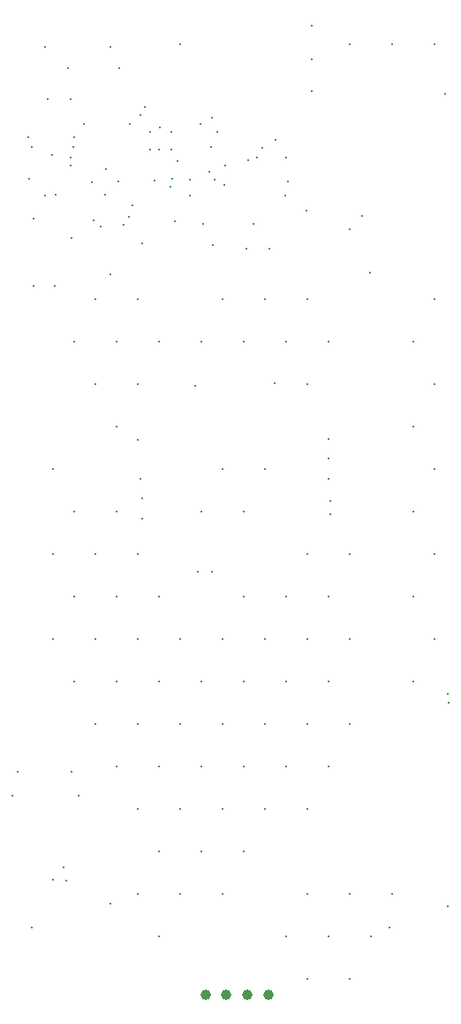
<source format=gbr>
%TF.GenerationSoftware,Altium Limited,Altium Designer,20.2.8 (258)*%
G04 Layer_Color=0*
%FSLAX26Y26*%
%MOIN*%
%TF.SameCoordinates,5803725C-7DB8-4FA7-A0CF-86E37554034E*%
%TF.FilePolarity,Positive*%
%TF.FileFunction,Plated,1,4,PTH,Drill*%
%TF.Part,Single*%
G01*
G75*
%TA.AperFunction,ComponentDrill*%
%ADD100C,0.039370*%
%TA.AperFunction,ViaDrill,NotFilled*%
%ADD101C,0.010000*%
D100*
X2091870Y1221653D02*
D03*
X2013130D02*
D03*
X1934390D02*
D03*
X2170610D02*
D03*
D101*
X1340000Y4595000D02*
D03*
X1690000Y4535000D02*
D03*
X1915000Y4500000D02*
D03*
X1960000Y4525000D02*
D03*
X2005000Y4270000D02*
D03*
X1970000Y4290000D02*
D03*
X1424000Y4345000D02*
D03*
X1425000Y4375000D02*
D03*
X1830000Y4360000D02*
D03*
X1961243Y4045072D02*
D03*
X1270000Y4295000D02*
D03*
X2800000Y4800000D02*
D03*
Y3840000D02*
D03*
X2720000Y3680000D02*
D03*
X2800000Y3520000D02*
D03*
X2720000Y3360000D02*
D03*
X2800000Y3200000D02*
D03*
X2720000Y3040000D02*
D03*
X2800000Y2880000D02*
D03*
X2720000Y2720000D02*
D03*
X2800000Y2560000D02*
D03*
X2720000Y2400000D02*
D03*
X2640000Y4800000D02*
D03*
Y1600000D02*
D03*
X2560000Y1440000D02*
D03*
X2480000Y4800000D02*
D03*
X2400000Y3680000D02*
D03*
X2480000Y2880000D02*
D03*
X2400000Y2720000D02*
D03*
X2480000Y2560000D02*
D03*
X2400000Y2400000D02*
D03*
X2480000Y2240000D02*
D03*
X2400000Y2080000D02*
D03*
X2480000Y1600000D02*
D03*
X2400000Y1440000D02*
D03*
X2480000Y1280000D02*
D03*
X2320000Y3840000D02*
D03*
X2240000Y3680000D02*
D03*
X2320000Y3520000D02*
D03*
Y2880000D02*
D03*
X2240000Y2720000D02*
D03*
X2320000Y2560000D02*
D03*
X2240000Y2400000D02*
D03*
X2320000Y2240000D02*
D03*
X2240000Y2080000D02*
D03*
X2320000Y1920000D02*
D03*
Y1600000D02*
D03*
X2240000Y1440000D02*
D03*
X2320000Y1280000D02*
D03*
X2160000Y3840000D02*
D03*
X2080000Y3680000D02*
D03*
X2160000Y3200000D02*
D03*
X2080000Y3040000D02*
D03*
Y2720000D02*
D03*
X2160000Y2560000D02*
D03*
X2080000Y2400000D02*
D03*
X2160000Y2240000D02*
D03*
X2080000Y2080000D02*
D03*
X2160000Y1920000D02*
D03*
X2080000Y1760000D02*
D03*
X2000000Y3840000D02*
D03*
X1920000Y3680000D02*
D03*
X2000000Y3200000D02*
D03*
X1920000Y3040000D02*
D03*
X2000000Y2560000D02*
D03*
X1920000Y2400000D02*
D03*
X2000000Y2240000D02*
D03*
X1920000Y2080000D02*
D03*
X2000000Y1920000D02*
D03*
X1920000Y1760000D02*
D03*
X2000000Y1600000D02*
D03*
X1840000Y4800000D02*
D03*
X1760000Y3680000D02*
D03*
Y2720000D02*
D03*
X1840000Y2560000D02*
D03*
X1760000Y2400000D02*
D03*
X1840000Y2240000D02*
D03*
X1760000Y2080000D02*
D03*
X1840000Y1920000D02*
D03*
X1760000Y1760000D02*
D03*
X1840000Y1600000D02*
D03*
X1760000Y1440000D02*
D03*
X1680000Y3840000D02*
D03*
X1600000Y3680000D02*
D03*
X1680000Y3520000D02*
D03*
X1600000Y3360000D02*
D03*
Y3040000D02*
D03*
X1680000Y2880000D02*
D03*
X1600000Y2720000D02*
D03*
X1680000Y2560000D02*
D03*
X1600000Y2400000D02*
D03*
X1680000Y2240000D02*
D03*
X1600000Y2080000D02*
D03*
X1680000Y1920000D02*
D03*
Y1600000D02*
D03*
X1520000Y3840000D02*
D03*
X1440000Y3680000D02*
D03*
X1520000Y3520000D02*
D03*
X1440000Y3040000D02*
D03*
X1520000Y2880000D02*
D03*
X1440000Y2720000D02*
D03*
X1520000Y2560000D02*
D03*
X1440000Y2400000D02*
D03*
X1520000Y2240000D02*
D03*
X1360000Y3200000D02*
D03*
Y2880000D02*
D03*
Y2560000D02*
D03*
X2850000Y2355000D02*
D03*
X2851181Y2319410D02*
D03*
X1705000Y4565000D02*
D03*
X1695000Y4050000D02*
D03*
X1625000Y4120000D02*
D03*
X1645000Y4150000D02*
D03*
X1762500Y4487500D02*
D03*
X1875000Y4230000D02*
D03*
Y4290000D02*
D03*
X1810000Y4295000D02*
D03*
X1802061Y4262060D02*
D03*
X1820000Y4135000D02*
D03*
X2850000Y1555000D02*
D03*
X1743358Y4288358D02*
D03*
X1575000Y1565000D02*
D03*
X1280000Y1475000D02*
D03*
X2630000D02*
D03*
X1660000Y4195000D02*
D03*
X1285000Y4145000D02*
D03*
X1540000Y4115000D02*
D03*
X1513162Y4135726D02*
D03*
X1410000Y1650000D02*
D03*
X1360000Y1655000D02*
D03*
X1330000Y4230000D02*
D03*
X1370000Y4235000D02*
D03*
X1455000Y1970000D02*
D03*
X1205000D02*
D03*
X1400000Y1700000D02*
D03*
X1225000Y2060000D02*
D03*
X1430000D02*
D03*
X2555000Y3940000D02*
D03*
X2480000Y4105000D02*
D03*
X2400224Y3164307D02*
D03*
X2400040Y3239961D02*
D03*
X1680000Y3310000D02*
D03*
X1895000Y3515000D02*
D03*
X2195000Y3525000D02*
D03*
X2405000Y3080000D02*
D03*
X1283835Y3890000D02*
D03*
X1695000Y3090000D02*
D03*
X1365000Y3890000D02*
D03*
X1690000Y3165000D02*
D03*
X2090000Y4030000D02*
D03*
X2175000D02*
D03*
X2315000Y4175000D02*
D03*
X2525000Y4155000D02*
D03*
X1905000Y2815000D02*
D03*
X1960000D02*
D03*
X2405000Y3030000D02*
D03*
X1695000Y3015000D02*
D03*
X2400000Y3315000D02*
D03*
X1265000Y4450000D02*
D03*
X1280000Y4415000D02*
D03*
X1435000D02*
D03*
X1440000Y4450000D02*
D03*
X2245000Y4285000D02*
D03*
X1955000Y4415000D02*
D03*
X1980000Y4470000D02*
D03*
X2150000Y4410000D02*
D03*
X2200000Y4440000D02*
D03*
X2240000Y4375000D02*
D03*
X2840000Y4615000D02*
D03*
X2235000Y4230000D02*
D03*
X2335000Y4625000D02*
D03*
Y4745000D02*
D03*
Y4870000D02*
D03*
X1805000Y4470000D02*
D03*
Y4405000D02*
D03*
X1760000D02*
D03*
X1725000Y4470000D02*
D03*
Y4405000D02*
D03*
X1950000Y4320000D02*
D03*
X2010000Y4345000D02*
D03*
X2095000Y4365000D02*
D03*
X1355000Y4385000D02*
D03*
X2130000Y4375000D02*
D03*
X1925000Y4125000D02*
D03*
X2115000D02*
D03*
X1475000Y4500000D02*
D03*
X1650000D02*
D03*
X1575000Y3935000D02*
D03*
X1430000Y4070000D02*
D03*
X1555000Y4235000D02*
D03*
X1505000Y4280000D02*
D03*
X1605000Y4285000D02*
D03*
X1560000Y4330000D02*
D03*
X1415000Y4710000D02*
D03*
X1610000Y4709882D02*
D03*
X1330000Y4790000D02*
D03*
X1575000D02*
D03*
X1425000Y4595000D02*
D03*
%TF.MD5,a5cceb74e68d4c54292fab60f3efe602*%
M02*

</source>
